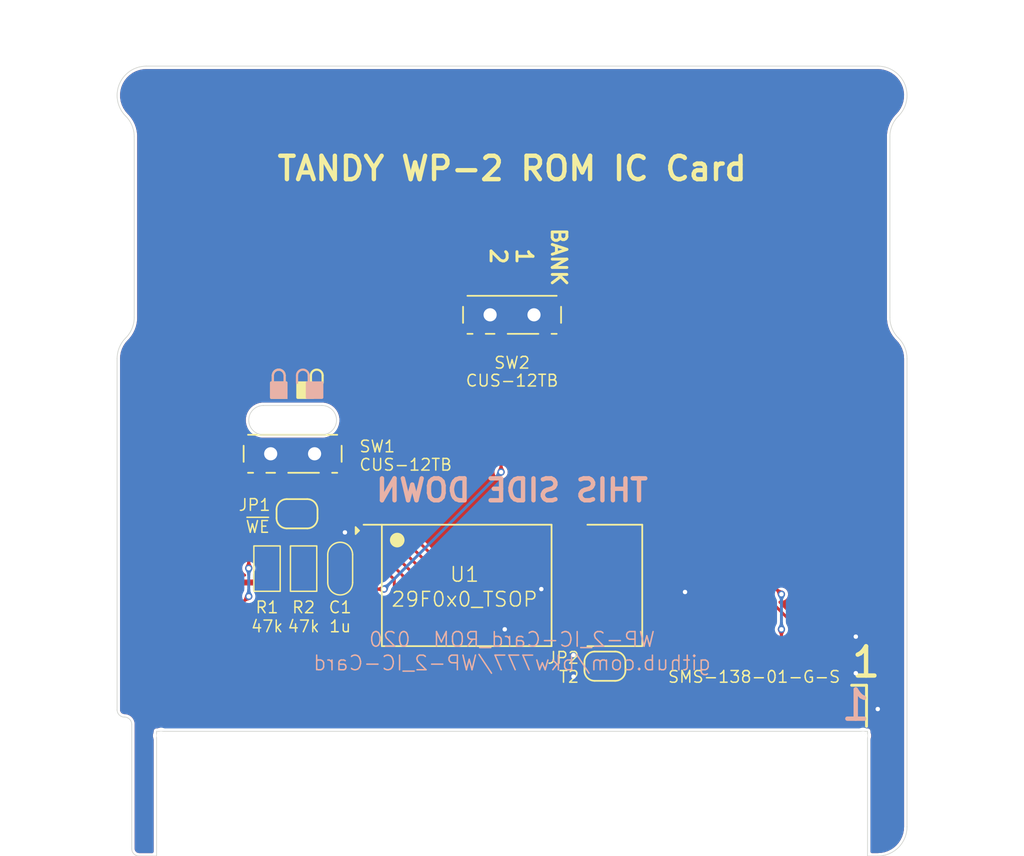
<source format=kicad_pcb>
(kicad_pcb (version 20240108) (generator "pcbnew") (generator_version "8.0")
  (title_block (title "WP-2_IC-Card_ROM") (date "2025-04-25") (rev "020") (company "Brian K. White - b.kenyon.w@gmail.com") (comment 1 "CC-BY-SA") (comment 2 "github.com/bkw777/WP-2_IC-Card"))
  (layers (0 "F.Cu" signal) (31 "B.Cu" signal) (35 "F.Paste" user) (36 "B.SilkS" user "B.Silkscreen") (37 "F.SilkS" user "F.Silkscreen") (38 "B.Mask" user) (39 "F.Mask" user) (44 "Edge.Cuts" user))
  (net 0 "")
  (net 1 "GND")
  (net 2 "/~{OE}")
  (net 3 "/D0")
  (net 4 "/D1")
  (net 5 "/D2")
  (net 6 "/D3")
  (net 7 "/D4")
  (net 8 "/D5")
  (net 9 "/D6")
  (net 10 "/D7")
  (net 11 "/A16")
  (net 12 "/A15")
  (net 13 "/A14")
  (net 14 "/A13")
  (net 15 "/A12")
  (net 16 "/A11")
  (net 17 "/A10")
  (net 18 "/A9")
  (net 19 "/A8")
  (net 20 "/A7")
  (net 21 "/A6")
  (net 22 "/A5")
  (net 23 "/A4")
  (net 24 "/A3")
  (net 25 "/A2")
  (net 26 "/A1")
  (net 27 "/A0")
  (net 28 "/A17")
  (net 29 "/~{WE}")
  (net 30 "/R~{W}")
  (net 31 "/CE2")
  (net 32 "/S3")
  (net 33 "/BCHK")
  (net 34 "/~{DET}")
  (net 35 "/S1")
  (net 36 "/T2")
  (net 37 "/~{CE}")
  (net 39 "VCC")
  (net 40 "/A18")
  (net 41 "Net-(R2-Pad2)")
  (net 42 "/S2")
  (footprint "000_LOCAL:R_0805" (layer "F.Cu") (at 119.14 107.045 90)
    (property "Reference" "R1" (at -2.65 0 0) (layer "F.SilkS") (effects (font (size 0.8 0.8) (thickness 0.1))))
    (property "Value" "47k" (at -3.95 0 0) (layer "F.SilkS") (effects (font (size 0.8 0.8) (thickness 0.1))))
    (fp_rect (start -1.55 -0.9) (end 1.55 0.9) (stroke (width 0.1)) (fill none) (layer "F.SilkS"))
    (pad "1" smd roundrect (at -0.95 0 90) (size 0.7 1.3) (layers "F.Cu" "F.Paste" "F.Mask") (roundrect_rratio 0.1) (net 39 "VCC"))
    (pad "2" smd roundrect (at 0.95 0 90) (size 0.7 1.3) (layers "F.Cu" "F.Paste" "F.Mask") (roundrect_rratio 0.1) (net 29 "/~{WE}"))
  )
  (footprint "000_LOCAL:TSOP32-dual" (layer "F.Cu") (at 135.89 108.195)
    (property "Reference" "U1" (at -3.25 -0.75 0) (layer "F.SilkS") (effects (font (thickness 0.1))))
    (property "Value" "29F0x0_TSOP" (at -3.25 0.95 0) (layer "F.SilkS") (effects (font (thickness 0.1))))
    (fp_line (start -8.9 -4.15) (end -8.9 4.15) (stroke (width 0.12)) (layer "F.SilkS"))
    (fp_line (start 2.7 -4.15) (end -10.15 -4.15) (stroke (width 0.12)) (layer "F.SilkS"))
    (fp_line (start 2.7 4.15) (end -8.9 4.15) (stroke (width 0.12)) (layer "F.SilkS"))
    (fp_line (start 2.7 4.15) (end 2.7 -4.15) (stroke (width 0.12)) (layer "F.SilkS"))
    (fp_line (start 8.9 -4.15) (end 5.15 -4.15) (stroke (width 0.12)) (layer "F.SilkS"))
    (fp_line (start 8.9 4.15) (end 5.15 4.15) (stroke (width 0.12)) (layer "F.SilkS"))
    (fp_line (start 8.9 4.15) (end 8.9 -4.15) (stroke (width 0.12)) (layer "F.SilkS"))
    (fp_circle (center -7.85 -3.1) (end -7.4 -3.1) (stroke (width 0.1)) (fill solid) (layer "F.SilkS"))
    (fp_poly (pts (xy -10.45 -3.75) (xy -10.7 -4) (xy -10.7 -3.5)) (stroke (width 0.1)) (fill solid) (layer "F.SilkS"))
    (pad "1" smd roundrect (at -9.7 -3.75 270) (size 0.3 1) (layers "F.Cu" "F.Paste" "F.Mask") (net 15 "/A12"))
    (pad "2" smd roundrect (at -9.7 -3.25 270) (size 0.3 1) (layers "F.Cu" "F.Paste" "F.Mask") (net 16 "/A11"))
    (pad "3" smd roundrect (at -9.7 -2.75 270) (size 0.3 1) (layers "F.Cu" "F.Paste" "F.Mask") (net 17 "/A10"))
    (pad "4" smd roundrect (at -9.7 -2.25 270) (size 0.3 1) (layers "F.Cu" "F.Paste" "F.Mask") (net 18 "/A9"))
    (pad "5" smd roundrect (at -9.7 -1.75 270) (size 0.3 1) (layers "F.Cu" "F.Paste" "F.Mask") (net 19 "/A8"))
    (pad "6" smd roundrect (at -9.7 -1.25 270) (size 0.3 1) (layers "F.Cu" "F.Paste" "F.Mask") (net 20 "/A7"))
    (pad "7" smd roundrect (at -9.7 -0.75 270) (size 0.3 1) (layers "F.Cu" "F.Paste" "F.Mask") (net 29 "/~{WE}"))
    (pad "8" smd roundrect (at -9.7 -0.25 270) (size 0.3 1) (layers "F.Cu" "F.Paste" "F.Mask") (net 39 "VCC"))
    (pad "9" smd roundrect (at -9.7 0.25 270) (size 0.3 1) (layers "F.Cu" "F.Paste" "F.Mask") (net 40 "/A18"))
    (pad "10" smd roundrect (at -9.7 0.75 270) (size 0.3 1) (layers "F.Cu" "F.Paste" "F.Mask") (net 27 "/A0"))
    (pad "11" smd roundrect (at -9.7 1.25 270) (size 0.3 1) (layers "F.Cu" "F.Paste" "F.Mask") (net 26 "/A1"))
    (pad "12" smd roundrect (at -9.7 1.75 270) (size 0.3 1) (layers "F.Cu" "F.Paste" "F.Mask") (net 25 "/A2"))
    (pad "13" smd roundrect (at -9.7 2.25 270) (size 0.3 1) (layers "F.Cu" "F.Paste" "F.Mask") (net 24 "/A3"))
    (pad "14" smd roundrect (at -9.7 2.75 270) (size 0.3 1) (layers "F.Cu" "F.Paste" "F.Mask") (net 23 "/A4"))
    (pad "15" smd roundrect (at -9.7 3.25 270) (size 0.3 1) (layers "F.Cu" "F.Paste" "F.Mask") (net 22 "/A5"))
    (pad "16" smd roundrect (at -9.7 3.75 270) (size 0.3 1) (layers "F.Cu" "F.Paste" "F.Mask") (net 21 "/A6"))
    (pad "17" smd roundrect (at 3.5 3.75 270) (size 0.3 1) (layers "F.Cu" "F.Paste" "F.Mask") (net 28 "/A17"))
    (pad "17" smd roundrect (at 9.7 3.75 270) (size 0.3 1) (layers "F.Cu" "F.Paste" "F.Mask") (net 28 "/A17"))
    (pad "18" smd roundrect (at 3.5 3.25 270) (size 0.3 1) (layers "F.Cu" "F.Paste" "F.Mask") (net 11 "/A16"))
    (pad "18" smd roundrect (at 9.7 3.25 270) (size 0.3 1) (layers "F.Cu" "F.Paste" "F.Mask") (net 11 "/A16"))
    (pad "19" smd roundrect (at 3.5 2.75 270) (size 0.3 1) (layers "F.Cu" "F.Paste" "F.Mask") (net 12 "/A15"))
    (pad "19" smd roundrect (at 9.7 2.75 270) (size 0.3 1) (layers "F.Cu" "F.Paste" "F.Mask") (net 12 "/A15"))
    (pad "20" smd roundrect (at 3.5 2.25 270) (size 0.3 1) (layers "F.Cu" "F.Paste" "F.Mask") (net 13 "/A14"))
    (pad "20" smd roundrect (at 9.7 2.25 270) (size 0.3 1) (layers "F.Cu" "F.Paste" "F.Mask") (net 13 "/A14"))
    (pad "21" smd roundrect (at 3.5 1.75 270) (size 0.3 1) (layers "F.Cu" "F.Paste" "F.Mask") (net 10 "/D7"))
    (pad "21" smd roundrect (at 9.7 1.75 270) (size 0.3 1) (layers "F.Cu" "F.Paste" "F.Mask") (net 10 "/D7"))
    (pad "22" smd roundrect (at 3.5 1.25 270) (size 0.3 1) (layers "F.Cu" "F.Paste" "F.Mask") (net 9 "/D6"))
    (pad "22" smd roundrect (at 9.7 1.25 270) (size 0.3 1) (layers "F.Cu" "F.Paste" "F.Mask") (net 9 "/D6"))
    (pad "23" smd roundrect (at 3.5 0.75 270) (size 0.3 1) (layers "F.Cu" "F.Paste" "F.Mask") (net 8 "/D5"))
    (pad "23" smd roundrect (at 9.7 0.75 270) (size 0.3 1) (layers "F.Cu" "F.Paste" "F.Mask") (net 8 "/D5"))
    (pad "24" smd roundrect (at 3.5 0.25 270) (size 0.3 1) (layers "F.Cu" "F.Paste" "F.Mask") (net 1 "GND"))
    (pad "24" smd roundrect (at 9.7 0.25 270) (size 0.3 1) (layers "F.Cu" "F.Paste" "F.Mask") (net 1 "GND"))
    (pad "25" smd roundrect (at 3.5 -0.25 270) (size 0.3 1) (layers "F.Cu" "F.Paste" "F.Mask") (net 7 "/D4"))
    (pad "25" smd roundrect (at 9.7 -0.25 270) (size 0.3 1) (layers "F.Cu" "F.Paste" "F.Mask") (net 7 "/D4"))
    (pad "26" smd roundrect (at 3.5 -0.75 270) (size 0.3 1) (layers "F.Cu" "F.Paste" "F.Mask") (net 6 "/D3"))
    (pad "26" smd roundrect (at 9.7 -0.75 270) (size 0.3 1) (layers "F.Cu" "F.Paste" "F.Mask") (net 6 "/D3"))
    (pad "27" smd roundrect (at 3.5 -1.25 270) (size 0.3 1) (layers "F.Cu" "F.Paste" "F.Mask") (net 5 "/D2"))
    (pad "27" smd roundrect (at 9.7 -1.25 270) (size 0.3 1) (layers "F.Cu" "F.Paste" "F.Mask") (net 5 "/D2"))
    (pad "28" smd roundrect (at 3.5 -1.75 270) (size 0.3 1) (layers "F.Cu" "F.Paste" "F.Mask") (net 4 "/D1"))
    (pad "28" smd roundrect (at 9.7 -1.75 270) (size 0.3 1) (layers "F.Cu" "F.Paste" "F.Mask") (net 4 "/D1"))
    (pad "29" smd roundrect (at 3.5 -2.25 270) (size 0.3 1) (layers "F.Cu" "F.Paste" "F.Mask") (net 3 "/D0"))
    (pad "29" smd roundrect (at 9.7 -2.25 270) (size 0.3 1) (layers "F.Cu" "F.Paste" "F.Mask") (net 3 "/D0"))
    (pad "30" smd roundrect (at 3.5 -2.75 270) (size 0.3 1) (layers "F.Cu" "F.Paste" "F.Mask") (net 37 "/~{CE}"))
    (pad "30" smd roundrect (at 9.7 -2.75 270) (size 0.3 1) (layers "F.Cu" "F.Paste" "F.Mask") (net 37 "/~{CE}"))
    (pad "31" smd roundrect (at 3.5 -3.25 270) (size 0.3 1) (layers "F.Cu" "F.Paste" "F.Mask") (net 14 "/A13"))
    (pad "31" smd roundrect (at 9.7 -3.25 270) (size 0.3 1) (layers "F.Cu" "F.Paste" "F.Mask") (net 14 "/A13"))
    (pad "32" smd roundrect (at 3.5 -3.75 270) (size 0.3 1) (layers "F.Cu" "F.Paste" "F.Mask") (net 2 "/~{OE}"))
    (pad "32" smd roundrect (at 9.7 -3.75 270) (size 0.3 1) (layers "F.Cu" "F.Paste" "F.Mask") (net 2 "/~{OE}"))
  )
  (footprint "000_LOCAL:SMS-138-01-x-x_pcb_edge" (layer "F.Cu") (at 135.89 118.17 -90)
    (property "Reference" "J1" (hide yes))
    (property "Value" "SMS-138-01-G-S" (at -3.725 -22.5 0) (layer "F.SilkS") (effects (font (size 0.8 0.8) (thickness 0.1)) (justify right)))
    (fp_line (start -3.1496 -23.2156) (end -3.1496 -24.2316) (stroke (width 0.2)) (layer "F.SilkS"))
    (fp_line (start -0.35 -24.2316) (end -3.1496 -24.2316) (stroke (width 0.2)) (layer "F.SilkS"))
    (pad "1" smd roundrect (at -1.524 -23.495 270) (size 2.54 0.762) (layers "F.Cu" "F.Paste" "F.Mask") (net 1 "GND"))
    (pad "2" smd oval (at -1.524 -22.225 270) (size 2.54 0.762) (layers "F.Cu" "F.Paste" "F.Mask") (net 34 "/~{DET}"))
    (pad "3" smd oval (at -1.524 -20.955 270) (size 2.54 0.762) (layers "F.Cu" "F.Paste" "F.Mask") (net 31 "/CE2"))
    (pad "4" smd oval (at -1.524 -19.685 270) (size 2.54 0.762) (layers "F.Cu" "F.Paste" "F.Mask") (net 37 "/~{CE}"))
    (pad "5" smd oval (at -1.524 -18.415 270) (size 2.54 0.762) (layers "F.Cu" "F.Paste" "F.Mask") (net 2 "/~{OE}"))
    (pad "6" smd oval (at -1.524 -17.145 270) (size 2.54 0.762) (layers "F.Cu" "F.Paste" "F.Mask") (net 3 "/D0"))
    (pad "7" smd oval (at -1.524 -15.875 270) (size 2.54 0.762) (layers "F.Cu" "F.Paste" "F.Mask") (net 4 "/D1"))
    (pad "8" smd oval (at -1.524 -14.605 270) (size 2.54 0.762) (layers "F.Cu" "F.Paste" "F.Mask") (net 5 "/D2"))
    (pad "9" smd oval (at -1.524 -13.335 270) (size 2.54 0.762) (layers "F.Cu" "F.Paste" "F.Mask") (net 6 "/D3"))
    (pad "10" smd oval (at -1.524 -12.065 270) (size 2.54 0.762) (layers "F.Cu" "F.Paste" "F.Mask") (net 7 "/D4"))
    (pad "11" smd oval (at -1.524 -10.795 270) (size 2.54 0.762) (layers "F.Cu" "F.Paste" "F.Mask") (net 8 "/D5"))
    (pad "12" smd oval (at -1.524 -9.525 270) (size 2.54 0.762) (layers "F.Cu" "F.Paste" "F.Mask") (net 9 "/D6"))
    (pad "13" smd oval (at -1.524 -8.255 270) (size 2.54 0.762) (layers "F.Cu" "F.Paste" "F.Mask") (net 10 "/D7"))
    (pad "14" smd oval (at -1.524 -6.985 270) (size 2.54 0.762) (layers "F.Cu" "F.Paste" "F.Mask") (net 36 "/T2"))
    (pad "15" smd oval (at -1.524 -5.715 270) (size 2.54 0.762) (layers "F.Cu" "F.Paste" "F.Mask") (net 35 "/S1"))
    (pad "16" smd oval (at -1.524 -4.445 270) (size 2.54 0.762) (layers "F.Cu" "F.Paste" "F.Mask") (net 42 "/S2"))
    (pad "17" smd oval (at -1.524 -3.175 270) (size 2.54 0.762) (layers "F.Cu" "F.Paste" "F.Mask") (net 28 "/A17"))
    (pad "18" smd oval (at -1.524 -1.905 270) (size 2.54 0.762) (layers "F.Cu" "F.Paste" "F.Mask") (net 11 "/A16"))
    (pad "19" smd oval (at -1.524 -0.635 270) (size 2.54 0.762) (layers "F.Cu" "F.Paste" "F.Mask") (net 12 "/A15"))
    (pad "20" smd oval (at -1.524 0.635 270) (size 2.54 0.762) (layers "F.Cu" "F.Paste" "F.Mask") (net 13 "/A14"))
    (pad "21" smd oval (at -1.524 1.905 270) (size 2.54 0.762) (layers "F.Cu" "F.Paste" "F.Mask") (net 14 "/A13"))
    (pad "22" smd oval (at -1.524 3.175 270) (size 2.54 0.762) (layers "F.Cu" "F.Paste" "F.Mask") (net 15 "/A12"))
    (pad "23" smd oval (at -1.524 4.445 270) (size 2.54 0.762) (layers "F.Cu" "F.Paste" "F.Mask") (net 16 "/A11"))
    (pad "24" smd oval (at -1.524 5.715 270) (size 2.54 0.762) (layers "F.Cu" "F.Paste" "F.Mask") (net 17 "/A10"))
    (pad "25" smd oval (at -1.524 6.985 270) (size 2.54 0.762) (layers "F.Cu" "F.Paste" "F.Mask") (net 18 "/A9"))
    (pad "26" smd oval (at -1.524 8.255 270) (size 2.54 0.762) (layers "F.Cu" "F.Paste" "F.Mask") (net 19 "/A8"))
    (pad "27" smd oval (at -1.524 9.525 270) (size 2.54 0.762) (layers "F.Cu" "F.Paste" "F.Mask") (net 20 "/A7"))
    (pad "28" smd oval (at -1.524 10.795 270) (size 2.54 0.762) (layers "F.Cu" "F.Paste" "F.Mask") (net 21 "/A6"))
    (pad "29" smd oval (at -1.524 12.065 270) (size 2.54 0.762) (layers "F.Cu" "F.Paste" "F.Mask") (net 22 "/A5"))
    (pad "30" smd oval (at -1.524 13.335 270) (size 2.54 0.762) (layers "F.Cu" "F.Paste" "F.Mask") (net 23 "/A4"))
    (pad "31" smd oval (at -1.524 14.605 270) (size 2.54 0.762) (layers "F.Cu" "F.Paste" "F.Mask") (net 24 "/A3"))
    (pad "32" smd oval (at -1.524 15.875 270) (size 2.54 0.762) (layers "F.Cu" "F.Paste" "F.Mask") (net 25 "/A2"))
    (pad "33" smd oval (at -1.524 17.145 270) (size 2.54 0.762) (layers "F.Cu" "F.Paste" "F.Mask") (net 26 "/A1"))
    (pad "34" smd oval (at -1.524 18.415 270) (size 2.54 0.762) (layers "F.Cu" "F.Paste" "F.Mask") (net 27 "/A0"))
    (pad "35" smd oval (at -1.524 19.685 270) (size 2.54 0.762) (layers "F.Cu" "F.Paste" "F.Mask") (net 30 "/R~{W}"))
    (pad "36" smd oval (at -1.524 20.955 270) (size 2.54 0.762) (layers "F.Cu" "F.Paste" "F.Mask") (net 32 "/S3"))
    (pad "37" smd oval (at -1.524 22.225 270) (size 2.54 0.762) (layers "F.Cu" "F.Paste" "F.Mask") (net 33 "/BCHK"))
    (pad "38" smd oval (at -1.524 23.495 270) (size 2.54 0.762) (layers "F.Cu" "F.Paste" "F.Mask") (net 39 "VCC"))
  )
  (footprint "000_LOCAL:Fiducial_1.5" (layer "F.Cu") (at 110.89 74.695)
    (property "Reference" "REF**" (hide yes))
    (property "Value" "Fiducial_1.5" (hide yes))
    (pad "" smd circle (at 0 0) (size 0.75 0.75) (layers "F.Cu" "F.Mask") (clearance 0.375))
  )
  (footprint "000_LOCAL:Fiducial_1.5" (layer "F.Cu") (at 110.89 114.695)
    (property "Reference" "REF**" (hide yes))
    (property "Value" "Fiducial_1.5" (hide yes))
    (pad "" smd circle (at 0 0) (size 0.75 0.75) (layers "F.Cu" "F.Mask") (clearance 0.375))
  )
  (footprint "000_LOCAL:C_0805" (layer "F.Cu") (at 124.14 107.045 -90)
    (property "Reference" "C1" (at 2.65 0 0) (layer "F.SilkS") (effects (font (size 0.8 0.8) (thickness 0.1))))
    (property "Value" "1u" (at 3.95 0 0) (layer "F.SilkS") (effects (font (size 0.8 0.8) (thickness 0.1))))
    (fp_line (start -0.95 0.85) (end 0.95 0.85) (stroke (width 0.1)) (layer "F.SilkS"))
    (fp_line (start -0.95 -0.85) (end 0.95 -0.85) (stroke (width 0.1)) (layer "F.SilkS"))
    (fp_arc (start -0.95 0.85) (mid -1.8 0) (end -0.95 -0.85) (stroke (width 0.1)) (layer "F.SilkS"))
    (fp_arc (start 0.95 -0.85) (mid 1.8 0) (end 0.95 0.85) (stroke (width 0.1)) (layer "F.SilkS"))
    (pad "1" smd roundrect (at -0.9 0 270) (size 0.8 1.25) (layers "F.Cu" "F.Paste" "F.Mask") (roundrect_rratio 0.1) (net 1 "GND"))
    (pad "2" smd roundrect (at 0.9 0 270) (size 0.8 1.25) (layers "F.Cu" "F.Paste" "F.Mask") (roundrect_rratio 0.1) (net 39 "VCC"))
  )
  (footprint "000_LOCAL:R_0805" (layer "F.Cu") (at 121.64 107.045 90)
    (property "Reference" "R2" (at -2.65 0 0) (layer "F.SilkS") (effects (font (size 0.8 0.8) (thickness 0.1))))
    (property "Value" "47k" (at -3.95 0 0) (layer "F.SilkS") (effects (font (size 0.8 0.8) (thickness 0.1))))
    (fp_poly (pts (xy -1.55 -0.900001) (xy 1.55 -0.900001) (xy 1.55 0.900001) (xy -1.55 0.900001)) (stroke (width 0.1)) (fill none) (layer "F.SilkS"))
    (pad "1" smd roundrect (at -0.949999 0 90) (size 0.7 1.3) (layers "F.Cu" "F.Paste" "F.Mask") (roundrect_rratio 0.1) (net 39 "VCC"))
    (pad "2" smd roundrect (at 0.949999 0 90) (size 0.7 1.3) (layers "F.Cu" "F.Paste" "F.Mask") (roundrect_rratio 0.1) (net 41 "Net-(R2-Pad2)"))
  )
  (footprint "000_LOCAL:CUS-12TB slot pth" (layer "F.Cu") (at 120.89 99.195 180)
    (property "Reference" "SW1" (at -4.5 0.5 0) (layer "F.SilkS") (effects (font (size 0.8 0.8) (thickness 0.1)) (justify left)))
    (property "Value" "CUS-12TB" (at -4.5 -0.75 0) (layer "F.SilkS") (effects (font (size 0.8 0.8) (thickness 0.1)) (justify left)))
    (fp_line (start 3.35 0.55) (end 3.35 -0.55) (stroke (width 0.12)) (layer "F.SilkS"))
    (fp_line (start 3.05 -1.3) (end 2.7 -1.3) (stroke (width 0.12)) (layer "F.SilkS"))
    (fp_line (start 1.8 -1.3) (end 1.2 -1.3) (stroke (width 0.12)) (layer "F.SilkS"))
    (fp_line (start 0.3 -1.3) (end -1.8 -1.3) (stroke (width 0.12)) (layer "F.SilkS"))
    (fp_line (start -2.7 -1.3) (end -3.05 -1.3) (stroke (width 0.12)) (layer "F.SilkS"))
    (fp_line (start -3.05 1.3) (end 3.05 1.3) (stroke (width 0.12)) (layer "F.SilkS"))
    (fp_line (start -3.35 -0.55) (end -3.35 0.55) (stroke (width 0.12)) (layer "F.SilkS"))
    (fp_line (start -2 3.3) (end 2 3.3) (stroke (width 0.05)) (layer "Edge.Cuts"))
    (fp_line (start -2 1.3) (end 2 1.3) (stroke (width 0.05)) (layer "Edge.Cuts"))
    (fp_arc (start 2 1.3) (mid 3 2.3) (end 2 3.3) (stroke (width 0.05)) (layer "Edge.Cuts"))
    (fp_arc (start -2 3.3) (mid -3 2.3) (end -2 1.3) (stroke (width 0.05)) (layer "Edge.Cuts"))
    (pad "1" smd roundrect (at -2.25 -1.75 180) (size 0.7 1.5) (layers "F.Cu" "F.Paste" "F.Mask") (roundrect_rratio 0.1) (net 29 "/~{WE}"))
    (pad "2" smd roundrect (at 0.75 -1.75 180) (size 0.7 1.5) (layers "F.Cu" "F.Paste" "F.Mask") (roundrect_rratio 0.1) (net 30 "/R~{W}"))
    (pad "3" smd roundrect (at 2.25 -1.75 180) (size 0.7 1.5) (layers "F.Cu" "F.Paste" "F.Mask") (roundrect_rratio 0.1))
    (pad "S" smd roundrect (at -3.65 -1.05 180) (size 1 0.8) (layers "F.Cu" "F.Paste" "F.Mask") (roundrect_rratio 0.1) (net 1 "GND"))
    (pad "S" smd roundrect (at -3.65 1.05 180) (size 1 0.8) (layers "F.Cu" "F.Paste" "F.Mask") (roundrect_rratio 0.1) (net 1 "GND"))
    (pad "S" thru_hole circle (at -1.5 0 180) (size 1.1 1.1) (drill 0.9) (layers "*.Cu" "*.Mask") (net 1 "GND"))
    (pad "S" thru_hole circle (at 1.5 0 180) (size 1.1 1.1) (drill 0.9) (layers "*.Cu" "*.Mask") (net 1 "GND"))
    (pad "S" smd roundrect (at 3.65 -1.05 180) (size 1 0.8) (layers "F.Cu" "F.Paste" "F.Mask") (roundrect_rratio 0.1) (net 1 "GND"))
    (pad "S" smd roundrect (at 3.65 1.05 180) (size 1 0.8) (layers "F.Cu" "F.Paste" "F.Mask") (roundrect_rratio 0.1) (net 1 "GND"))
  )
  (footprint "000_LOCAL:npth_0.6mm" (layer "F.Cu") (at 111.89 118.47)
    (property "Reference" "REF**" (hide yes))
    (property "Value" "npth_0.6mm" (hide yes))
    (pad "" np_thru_hole circle (at 0 0) (size 0.6 0.6) (drill 0.6) (layers "F&B.Cu"))
  )
  (footprint "000_LOCAL:Fiducial_1.5" (layer "F.Cu") (at 160.89 74.695)
    (property "Reference" "REF**" (hide yes))
    (property "Value" "Fiducial_1.5" (hide yes))
    (pad "" smd circle (at 0 0) (size 0.75 0.75) (layers "F.Cu" "F.Mask") (clearance 0.375))
  )
  (footprint "000_LOCAL:npth_0.6mm" (layer "F.Cu") (at 159.89 118.47)
    (property "Reference" "REF**" (hide yes))
    (property "Value" "npth_0.6mm" (hide yes))
    (pad "" np_thru_hole circle (at 0 0) (size 0.6 0.6) (drill 0.6) (layers "F&B.Cu"))
  )
  (footprint "000_LOCAL:SolderJumper-2_P1.3mm_Bridged_RoundedPad1.0x1.5mm" (layer "F.Cu") (at 142.24 113.7158 180)
    (property "Reference" "JP2" (at 1.7 0.5708 0) (layer "F.SilkS") (effects (font (size 0.8 0.8) (thickness 0.1)) (justify right)))
    (property "Value" "T2" (at 1.7 -0.7292 0) (layer "F.SilkS") (effects (font (size 0.8 0.8) (thickness 0.1)) (justify right)))
    (fp_poly (pts (xy 0.2 -0.2) (xy -0.2 -0.2) (xy -0.2 0.2) (xy 0.2 0.2)) (fill solid) (layer "F.Cu"))
    (fp_line (start 1.4 -0.300001) (end 1.4 0.300001) (stroke (width 0.12)) (layer "F.SilkS"))
    (fp_line (start 0.7 1) (end -0.7 1) (stroke (width 0.12)) (layer "F.SilkS"))
    (fp_line (start -0.7 -1) (end 0.7 -1) (stroke (width 0.12)) (layer "F.SilkS"))
    (fp_line (start -1.4 0.300001) (end -1.4 -0.300001) (stroke (width 0.12)) (layer "F.SilkS"))
    (fp_arc (start 1.4 0.300001) (mid 1.194974 0.794975) (end 0.7 1) (stroke (width 0.12)) (layer "F.SilkS"))
    (fp_arc (start 0.7 -1) (mid 1.194974 -0.794975) (end 1.4 -0.300001) (stroke (width 0.12)) (layer "F.SilkS"))
    (fp_arc (start -0.7 1) (mid -1.194975 0.794975) (end -1.4 0.300001) (stroke (width 0.12)) (layer "F.SilkS"))
    (fp_arc (start -1.4 -0.300001) (mid -1.194975 -0.794975) (end -0.7 -1) (stroke (width 0.12)) (layer "F.SilkS"))
    (pad "1" smd custom (at -0.649999 0 180) (size 1 0.5) (layers "F.Cu" "F.Mask") (net 36 "/T2") (options (clearance outline) (anchor rect)) (primitives (gr_circle (center 0 0.25) (end 0.5 0.25) (width 0) (fill yes)) (gr_circle (center 0 -0.25) (end 0.5 -0.25) (width 0) (fill yes)) (gr_poly (pts (xy 0.5 0.75) (xy 0 0.75) (xy 0 -0.75) (xy 0.5 -0.75)) (width 0) (fill yes))))
    (pad "2" smd custom (at 0.649999 0 180) (size 1 0.5) (layers "F.Cu" "F.Mask") (net 1 "GND") (options (clearance outline) (anchor rect)) (primitives (gr_circle (center 0 0.25) (end 0.5 0.25) (width 0) (fill yes)) (gr_circle (center 0 -0.25) (end 0.5 -0.25) (width 0) (fill yes)) (gr_poly (pts (xy 0 0.75) (xy -0.5 0.75) (xy -0.5 -0.75) (xy 0 -0.75)) (width 0) (fill yes))))
  )
  (footprint "000_LOCAL:CUS-12TB pth" (layer "F.Cu") (at 135.89 89.695 180)
    (property "Reference" "SW2" (at 0 -3.275 0) (layer "F.SilkS") (effects (font (size 0.8 0.8) (thickness 0.1))))
    (property "Value" "CUS-12TB" (at 0 -4.5 0) (layer "F.SilkS") (effects (font (size 0.8 0.8) (thickness 0.1))))
    (property "LABEL" "BANK" (at -3.2 3.95 -90) (layer "F.SilkS") (effects (font (thickness 0.2) (bold yes))))
    (fp_line (start 3.35 0.55) (end 3.35 -0.55) (stroke (width 0.12)) (layer "F.SilkS"))
    (fp_line (start 3.05 -1.3) (end 2.7 -1.3) (stroke (width 0.12)) (layer "F.SilkS"))
    (fp_line (start 1.8 -1.3) (end 1.2 -1.3) (stroke (width 0.12)) (layer "F.SilkS"))
    (fp_line (start 0.3 -1.3) (end -1.8 -1.3) (stroke (width 0.12)) (layer "F.SilkS"))
    (fp_line (start -2.7 -1.3) (end -3.05 -1.3) (stroke (width 0.12)) (layer "F.SilkS"))
    (fp_line (start -3.05 1.3) (end 3.05 1.3) (stroke (width 0.12)) (layer "F.SilkS"))
    (fp_line (start -3.35 -0.55) (end -3.35 0.55) (stroke (width 0.12)) (layer "F.SilkS"))
    (pad "1" smd roundrect (at -2.25 -1.75 180) (size 0.7 1.5) (layers "F.Cu" "F.Paste" "F.Mask") (roundrect_rratio 0.1) (net 1 "GND"))
    (pad "2" smd roundrect (at 0.75 -1.75 180) (size 0.7 1.5) (layers "F.Cu" "F.Paste" "F.Mask") (roundrect_rratio 0.1) (net 40 "/A18"))
    (pad "3" smd roundrect (at 2.25 -1.75 180) (size 0.7 1.5) (layers "F.Cu" "F.Paste" "F.Mask") (roundrect_rratio 0.1) (net 41 "Net-(R2-Pad2)"))
    (pad "S" smd roundrect (at -3.65 -1.05 180) (size 1 0.8) (layers "F.Cu" "F.Paste" "F.Mask") (roundrect_rratio 0.1) (net 1 "GND"))
    (pad "S" smd roundrect (at -3.65 1.05 180) (size 1 0.8) (layers "F.Cu" "F.Paste" "F.Mask") (roundrect_rratio 0.1) (net 1 "GND"))
    (pad "S" thru_hole circle (at -1.5 0 180) (size 1.1 1.1) (drill 0.9) (layers "*.Cu" "*.Mask") (net 1 "GND"))
    (pad "S" thru_hole circle (at 1.5 0 180) (size 1.1 1.1) (drill 0.9) (layers "*.Cu" "*.Mask") (net 1 "GND"))
    (pad "S" smd roundrect (at 3.65 -1.05 180) (size 1 0.8) (layers "F.Cu" "F.Paste" "F.Mask") (roundrect_rratio 0.1) (net 1 "GND"))
    (pad "S" smd roundrect (at 3.65 1.05 180) (size 1 0.8) (layers "F.Cu" "F.Paste" "F.Mask") (roundrect_rratio 0.1) (net 1 "GND"))
  )
  (footprint "000_LOCAL:WP-2_IC-Card_Cover_ROM" (layer "F.Cu") (at 135.89 99.695)
    (property "Reference" "N1" (hide yes))
    (property "Value" "WP-2_IC-Card_Cover_ROM")
  )
  (footprint "000_LOCAL:SolderJumper-2_open" (layer "F.Cu") (at 121.19 103.295)
    (property "Reference" "JP1" (at -1.75 -0.6 0) (layer "F.SilkS") (effects (font (size 0.8 0.8) (thickness 0.1)) (justify right)))
    (property "Value" "~{WE}" (at -1.8 0.9 0) (layer "F.SilkS") (effects (font (size 0.8 0.8) (thickness 0.1)) (justify right)))
    (fp_line (start -1.4 0.3) (end -1.4 -0.3) (stroke (width 0.12)) (layer "F.SilkS"))
    (fp_line (start -0.7 -1) (end 0.7 -1) (stroke (width 0.12)) (layer "F.SilkS"))
    (fp_line (start 0.7 1) (end -0.7 1) (stroke (width 0.12)) (layer "F.SilkS"))
    (fp_line (start 1.4 -0.3) (end 1.4 0.3) (stroke (width 0.12)) (layer "F.SilkS"))
    (fp_arc (start -1.4 -0.3) (mid -1.194975 -0.794975) (end -0.7 -1) (stroke (width 0.12)) (layer "F.SilkS"))
    (fp_arc (start -0.7 1) (mid -1.194975 0.794975) (end -1.4 0.3) (stroke (width 0.12)) (layer "F.SilkS"))
    (fp_arc (start 0.7 -1) (mid 1.194975 -0.794975) (end 1.4 -0.3) (stroke (width 0.12)) (layer "F.SilkS"))
    (fp_arc (start 1.4 0.3) (mid 1.194975 0.794975) (end 0.7 1) (stroke (width 0.12)) (layer "F.SilkS"))
    (pad "1" smd custom (at -0.65 0) (size 1 0.5) (layers "F.Cu" "F.Mask") (net 30 "/R~{W}") (options (clearance outline) (anchor rect)) (primitives (gr_circle (center 0 0.25) (end 0.5 0.25) (width 0) (fill yes)) (gr_circle (center 0 -0.25) (end 0.5 -0.25) (width 0) (fill yes)) (gr_poly (pts (xy 0.5 0.75) (xy 0 0.75) (xy 0 -0.75) (xy 0.5 -0.75)) (width 0) (fill yes))))
    (pad "2" smd custom (at 0.65 0) (size 1 0.5) (layers "F.Cu" "F.Mask") (net 29 "/~{WE}") (options (clearance outline) (anchor rect)) (primitives (gr_circle (center 0 0.25) (end 0.5 0.25) (width 0) (fill yes)) (gr_circle (center 0 -0.25) (end 0.5 -0.25) (width 0) (fill yes)) (gr_poly (pts (xy 0 0.75) (xy -0.5 0.75) (xy -0.5 -0.75) (xy 0 -0.75)) (width 0) (fill yes))))
  )
  (gr_poly (pts (xy 120.14 102.645) (xy 120.14 102.145002) (xy 120.639999 102.645001)) (stroke (width 0.2)) (fill solid) (layer "F.Cu") (net 30))
  (gr_poly (pts (xy 122.24 102.645) (xy 122.24 103.144999) (xy 121.740001 102.645)) (stroke (width 0.2)) (fill solid) (layer "F.Cu") (net 29))
  (gr_poly (pts (xy 121.440001 103.945001) (xy 121.939999 103.945001) (xy 121.44 104.445)) (stroke (width 0.2)) (fill solid) (layer "F.Cu") (net 29))
  (gr_poly (pts (xy 120.650661 103.944999) (xy 119.59 103.945) (xy 120.12033 103.41467)) (stroke (width 0.2)) (fill solid) (layer "F.Cu") (net 30))
  (gr_poly (pts (xy 120.439998 94.345) (xy 119.44 94.345) (xy 119.439999 95.345) (xy 120.439999 95.345)) (stroke (width 0.2)) (fill solid) (layer "B.SilkS"))
  (gr_line (start 121.19 93.844999) (end 121.190001 94.344997) (stroke (width 0.15)) (layer "B.SilkS"))
  (gr_line (start 120.339999 93.845) (end 120.339999 94.345001) (stroke (width 0.15)) (layer "B.SilkS"))
  (gr_poly (pts (xy 122.889999 94.345) (xy 121.889999 94.344999) (xy 121.890001 95.344998) (xy 122.889999 95.345)) (stroke (width 0.2)) (fill solid) (layer "B.SilkS"))
  (gr_line (start 119.539999 93.845) (end 119.539999 94.345001) (stroke (width 0.15)) (layer "B.SilkS"))
  (gr_line (start 121.99 93.844998) (end 121.99 94.344999) (stroke (width 0.15)) (layer "B.SilkS"))
  (gr_arc (start 121.19 93.844999) (mid 121.589999 93.444999) (end 121.99 93.844998) (stroke (width 0.15)) (layer "B.SilkS"))
  (gr_arc (start 119.539999 93.845) (mid 119.939999 93.445001) (end 120.339999 93.845) (stroke (width 0.15)) (layer "B.SilkS"))
  (gr_line (start 120.340001 93.845) (end 120.340001 94.345001) (stroke (width 0.15)) (layer "F.SilkS"))
  (gr_line (start 122.139999 93.844998) (end 122.139999 94.344999) (stroke (width 0.15)) (layer "F.SilkS"))
  (gr_line (start 119.540001 93.845) (end 119.540001 94.345001) (stroke (width 0.15)) (layer "F.SilkS"))
  (gr_poly (pts (xy 119.440002 94.345) (xy 120.44 94.345) (xy 120.440001 95.345) (xy 119.440001 95.345)) (stroke (width 0.2)) (fill solid) (layer "F.SilkS"))
  (gr_line (start 122.939999 93.844999) (end 122.939998 94.344997) (stroke (width 0.15)) (layer "F.SilkS"))
  (gr_arc (start 119.540001 93.845) (mid 119.940001 93.445001) (end 120.340001 93.845) (stroke (width 0.15)) (layer "F.SilkS"))
  (gr_arc (start 122.139999 93.844998) (mid 122.539999 93.444999) (end 122.939999 93.844999) (stroke (width 0.15)) (layer "F.SilkS"))
  (gr_poly (pts (xy 121.24 94.345) (xy 122.24 94.344999) (xy 122.239998 95.344998) (xy 121.24 95.345)) (stroke (width 0.2)) (fill solid) (layer "F.SilkS"))
  (gr_line (start 111.59 126.695) (end 110.39 126.695) (stroke (width 0.05)) (layer "Edge.Cuts"))
  (gr_line (start 160.19 126.695) (end 160.89 126.695) (stroke (width 0.05)) (layer "Edge.Cuts"))
  (gr_arc (start 109.39 117.195) (mid 109.743553 117.341447) (end 109.89 117.695) (stroke (width 0.05)) (layer "Edge.Cuts"))
  (gr_arc (start 108.89 92.695) (mid 109.042241 91.929632) (end 109.475788 91.280786) (stroke (width 0.05)) (layer "Edge.Cuts"))
  (gr_arc (start 160.89 72.695) (mid 162.737759 73.929633) (end 162.304214 76.109214) (stroke (width 0.05)) (layer "Edge.Cuts"))
  (gr_arc (start 162.89 124.695) (mid 162.304214 126.109214) (end 160.89 126.695) (stroke (width 0.05)) (layer "Edge.Cuts"))
  (gr_line (start 162.89 92.695) (end 162.89 124.695) (stroke (width 0.05)) (layer "Edge.Cuts"))
  (gr_line (start 160.19 118.17) (end 160.19 126.695) (stroke (width 0.05)) (layer "Edge.Cuts"))
  (gr_arc (start 162.304214 91.280786) (mid 161.870671 90.631939) (end 161.718428 89.866571) (stroke (width 0.05)) (layer "Edge.Cuts"))
  (gr_line (start 111.59 118.17) (end 160.19 118.17) (stroke (width 0.05)) (layer "Edge.Cuts"))
  (gr_arc (start 109.475786 76.109214) (mid 109.909332 76.758061) (end 110.061572 77.523429) (stroke (width 0.05)) (layer "Edge.Cuts"))
  (gr_arc (start 109.475786 76.109214) (mid 109.04224 73.929633) (end 110.89 72.695) (stroke (width 0.05)) (layer "Edge.Cuts"))
  (gr_arc (start 110.39 126.695) (mid 110.036447 126.548553) (end 109.89 126.195) (stroke (width 0.05)) (layer "Edge.Cuts"))
  (gr_line (start 161.718428 77.523429) (end 161.718428 89.866571) (stroke (width 0.05)) (layer "Edge.Cuts"))
  (gr_arc (start 109.39 117.195) (mid 109.036447 117.048553) (end 108.89 116.695) (stroke (width 0.05)) (layer "Edge.Cuts"))
  (gr_line (start 110.89 72.695) (end 160.89 72.695) (stroke (width 0.05)) (layer "Edge.Cuts"))
  (gr_line (start 108.89 116.695) (end 108.89 92.695) (stroke (width 0.05)) (layer "Edge.Cuts"))
  (gr_line (start 111.59 118.17) (end 111.59 126.695) (stroke (width 0.05)) (layer "Edge.Cuts"))
  (gr_arc (start 110.061574 89.866571) (mid 109.909333 90.631938) (end 109.475788 91.280786) (stroke (width 0.05)) (layer "Edge.Cuts"))
  (gr_arc (start 161.718428 77.523429) (mid 161.870661 76.758057) (end 162.304214 76.109214) (stroke (width 0.05)) (layer "Edge.Cuts"))
  (gr_line (start 110.061572 77.523429) (end 110.061572 89.866571) (stroke (width 0.05)) (layer "Edge.Cuts"))
  (gr_line (start 109.89 117.695) (end 109.89 126.195) (stroke (width 0.05)) (layer "Edge.Cuts"))
  (gr_arc (start 162.304214 91.280786) (mid 162.73776 91.929633) (end 162.890002 92.695) (stroke (width 0.05)) (layer "Edge.Cuts"))
  (gr_text "1" (at 159.385 116.395 0) (layer "B.SilkS") (effects (font (size 2 2) (thickness 0.3)) (justify mirror)))
  (gr_text "${TITLE}  ${REVISION}\n${COMMENT2}" (at 135.89 112.695 0) (layer "B.SilkS") (effects (font (size 1 1) (thickness 0.1)) (justify mirror)))
  (gr_text "THIS SIDE DOWN" (at 135.89 101.695 0) (layer "B.SilkS") (effects (font (size 1.5 1.5) (thickness 0.3)) (justify mirror)))
  (gr_text "1\n2" (at 135.84 85.695 270) (layer "F.SilkS") (effects (font (size 1.1 1.1) (thickness 0.2))))
  (gr_text "1" (at 160.09 113.445 0) (layer "F.SilkS") (effects (font (size 2 2) (thickness 0.3))))
  (gr_text "TANDY WP-2 ROM IC Card" (at 135.89 79.695 0) (layer "F.SilkS") (effects (font (size 1.6 1.6) (thickness 0.3))))
  (segment (start 159.39 114.195) (end 159.39 116.641) (width 0.6) (layer "F.Cu") (net 1))
  (segment (start 160.89 116.646) (end 159.385 116.646) (width 0.6) (layer "F.Cu") (net 1))
  (segment (start 159.39 116.641) (end 159.385 116.646) (width 0.6) (layer "F.Cu") (net 1))
  (via (at 159.39 111.695) (size 0.5) (drill 0.3) (layers "F.Cu" "B.Cu") (net 1))
  (via (at 140.09 114.427) (size 0.5) (drill 0.3) (layers "F.Cu" "B.Cu") (net 1))
  (via (at 147.715 108.645) (size 0.5) (drill 0.3) (layers "F.Cu" "B.Cu") (net 1))
  (via (at 160.89 116.646) (size 0.5) (drill 0.3) (layers "F.Cu" "B.Cu") (net 1))
  (via (at 135.39 111.195) (size 0.5) (drill 0.3) (layers "F.Cu" "B.Cu") (net 1))
  (via (at 140.09 112.9538) (size 0.5) (drill 0.3) (layers "F.Cu" "B.Cu") (net 1))
  (via (at 137.89 108.445) (size 0.5) (drill 0.3) (layers "F.Cu" "B.Cu") (net 1))
  (via (at 159.39 114.195) (size 0.5) (drill 0.3) (layers "F.Cu" "B.Cu") (net 1))
  (via (at 124.465 104.57) (size 0.5) (drill 0.3) (layers "F.Cu" "B.Cu") (net 1))
  (segment (start 139.39 104.445) (end 145.59 104.445) (width 0.2) (layer "F.Cu") (net 2))
  (segment (start 154.305 108.795) (end 149.955 104.445) (width 0.2) (layer "F.Cu") (net 2))
  (segment (start 149.955 104.445) (end 145.59 104.445) (width 0.2) (layer "F.Cu") (net 2))
  (segment (start 154.305 111.195) (end 154.305 116.646) (width 0.2) (layer "F.Cu") (net 2))
  (via (at 154.305 111.195) (size 0.5) (drill 0.3) (layers "F.Cu" "B.Cu") (net 2))
  (via (at 154.305 108.795) (size 0.5) (drill 0.3) (layers "F.Cu" "B.Cu") (net 2))
  (segment (start 154.305 108.795) (end 154.305 111.195) (width 0.2) (layer "B.Cu") (net 2))
  (segment (start 153.035 109.59) (end 153.035 116.646) (width 0.2) (layer "F.Cu") (net 3))
  (segment (start 139.39 105.945) (end 145.59 105.945) (width 0.2) (layer "F.Cu") (net 3))
  (segment (start 145.59 105.945) (end 149.39 105.945) (width 0.2) (layer "F.Cu") (net 3))
  (segment (start 149.39 105.945) (end 153.035 109.59) (width 0.2) (layer "F.Cu") (net 3))
  (segment (start 149.04 106.445) (end 145.59 106.445) (width 0.2) (layer "F.Cu") (net 4))
  (segment (start 151.765 109.17) (end 149.04 106.445) (width 0.2) (layer "F.Cu") (net 4))
  (segment (start 139.39 106.445) (end 145.59 106.445) (width 0.2) (layer "F.Cu") (net 4))
  (segment (start 151.765 116.646) (end 151.765 109.17) (width 0.2) (layer "F.Cu") (net 4))
  (segment (start 150.495 108.75) (end 148.69 106.945) (width 0.2) (layer "F.Cu") (net 5))
  (segment (start 148.69 106.945) (end 145.59 106.945) (width 0.2) (layer "F.Cu") (net 5))
  (segment (start 150.495 116.646) (end 150.495 108.75) (width 0.2) (layer "F.Cu") (net 5))
  (segment (start 139.39 106.945) (end 145.59 106.945) (width 0.2) (layer "F.Cu") (net 5))
  (segment (start 149.225 108.33) (end 149.225 116.646) (width 0.2) (layer "F.Cu") (net 6))
  (segment (start 139.39 107.445) (end 145.59 107.445) (width 0.2) (layer "F.Cu") (net 6))
  (segment (start 149.225 116.646) (end 149.225 115.697) (width 0.2) (layer "F.Cu") (net 6))
  (segment (start 148.34 107.445) (end 149.225 108.33) (width 0.2) (layer "F.Cu") (net 6))
  (segment (start 145.59 107.445) (end 148.34 107.445) (width 0.2) (layer "F.Cu") (net 6))
  (segment (start 148.39 108.345) (end 148.39 113.145) (width 0.2) (layer "F.Cu") (net 7))
  (segment (start 147.99 107.945) (end 148.39 108.345) (width 0.2) (layer "F.Cu") (net 7))
  (segment (start 147.955 113.58) (end 147.955 116.646) (width 0.2) (layer "F.Cu") (net 7))
  (segment (start 145.59 107.945) (end 147.99 107.945) (width 0.2) (layer "F.Cu") (net 7))
  (segment (start 148.39 113.145) (end 147.955 113.58) (width 0.2) (layer "F.Cu") (net 7))
  (segment (start 139.39 107.945) (end 145.59 107.945) (width 0.2) (layer "F.Cu") (net 7))
  (segment (start 147.04 108.945) (end 147.79 109.695) (width 0.2) (layer "F.Cu") (net 8))
  (segment (start 145.59 108.945) (end 147.04 108.945) (width 0.2) (layer "F.Cu") (net 8))
  (segment (start 147.79 109.695) (end 147.79 112.845) (width 0.2) (layer "F.Cu") (net 8))
  (segment (start 147.79 112.845) (end 146.685 113.95) (width 0.2) (layer "F.Cu") (net 8))
  (segment (start 139.39 108.945) (end 145.59 108.945) (width 0.2) (layer "F.Cu") (net 8))
  (segment (start 146.685 113.95) (end 146.685 116.646) (width 0.2) (layer "F.Cu") (net 8))
  (segment (start 147.19 109.945) (end 147.19 112.595) (width 0.2) (layer "F.Cu") (net 9))
  (segment (start 145.59 109.445) (end 146.69 109.445) (width 0.2) (layer "F.Cu") (net 9))
  (segment (start 146.69 109.445) (end 147.19 109.945) (width 0.2) (layer "F.Cu") (net 9))
  (segment (start 139.39 109.445) (end 145.59 109.445) (width 0.2) (layer "F.Cu") (net 9))
  (segment (start 145.415 114.37) (end 145.415 116.646) (width 0.2) (layer "F.Cu") (net 9))
  (segment (start 147.19 112.595) (end 145.415 114.37) (width 0.2) (layer "F.Cu") (net 9))
  (segment (start 146.59 110.195) (end 146.59 112.345) (width 0.2) (layer "F.Cu") (net 10))
  (segment (start 145.59 109.945) (end 146.34 109.945) (width 0.2) (layer "F.Cu") (net 10))
  (segment (start 139.39 109.945) (end 145.59 109.945) (width 0.2) (layer "F.Cu") (net 10))
  (segment (start 146.59 112.345) (end 144.145 114.79) (width 0.2) (layer "F.Cu") (net 10))
  (segment (start 144.145 114.79) (end 144.145 116.646) (width 0.2) (layer "F.Cu") (net 10))
  (segment (start 146.34 109.945) (end 146.59 110.195) (width 0.2) (layer "F.Cu") (net 10))
  (segment (start 138.59 111.445) (end 139.39 111.445) (width 0.2) (layer "F.Cu") (net 11))
  (segment (start 137.795 116.646) (end 137.795 112.24) (width 0.2) (layer "F.Cu") (net 11))
  (segment (start 137.795 112.24) (end 138.59 111.445) (width 0.2) (layer "F.Cu") (net 11))
  (segment (start 145.59 111.445) (end 139.39 111.445) (width 0.2) (layer "F.Cu") (net 11))
  (segment (start 136.525 116.646) (end 136.525 112.66) (width 0.2) (layer "F.Cu") (net 12))
  (segment (start 138.24 110.945) (end 139.39 110.945) (width 0.2) (layer "F.Cu") (net 12))
  (segment (start 136.525 112.66) (end 138.24 110.945) (width 0.2) (layer "F.Cu") (net 12))
  (segment (start 145.59 110.945) (end 139.39 110.945) (width 0.2) (layer "F.Cu") (net 12))
  (segment (start 145.59 110.445) (end 139.39 110.445) (width 0.2) (layer "F.Cu") (net 13))
  (segment (start 135.255 113.08) (end 137.89 110.445) (width 0.2) (layer "F.Cu") (net 13))
  (segment (start 137.89 110.445) (end 139.39 110.445) (width 0.2) (layer "F.Cu") (net 13))
  (segment (start 135.255 116.646) (end 135.255 113.08) (width 0.2) (layer "F.Cu") (net 13))
  (segment (start 133.985 116.646) (end 133.985 109.4) (width 0.2) (layer "F.Cu") (net 14))
  (segment (start 145.59 104.945) (end 139.39 104.945) (width 0.2) (layer "F.Cu") (net 14))
  (segment (start 133.985 109.4) (end 138.44 104.945) (width 0.2) (layer "F.Cu") (net 14))
  (segment (start 138.44 104.945) (end 139.39 104.945) (width 0.2) (layer "F.Cu") (net 14))
  (segment (start 132.715 116.646) (end 132.715 108.42) (width 0.2) (layer "F.Cu") (net 15))
  (segment (start 128.74 104.445) (end 126.19 104.445) (width 0.2) (layer "F.Cu") (net 15))
  (segment (start 132.715 108.42) (end 128.74 104.445) (width 0.2) (layer "F.Cu") (net 15))
  (segment (start 128.39 104.945) (end 126.19 104.945) (width 0.2) (layer "F.Cu") (net 16))
  (segment (start 131.445 116.646) (end 131.445 108) (width 0.2) (layer "F.Cu") (net 16))
  (segment (start 131.445 108) (end 128.39 104.945) (width 0.2) (layer "F.Cu") (net 16))
  (segment (start 130.175 107.58) (end 128.04 105.445) (width 0.2) (layer "F.Cu") (net 17))
  (segment (start 130.175 116.646) (end 130.175 107.58) (width 0.2) (layer "F.Cu") (net 17))
  (segment (start 128.04 105.445) (end 126.19 105.445) (width 0.2) (layer "F.Cu") (net 17))
  (segment (start 129.04 107.295) (end 127.69 105.945) (width 0.2) (layer "F.Cu") (net 18))
  (segment (start 128.905 116.646) (end 129.04 116.511) (width 0.2) (layer "F.Cu") (net 18))
  (segment (start 129.04 116.511) (end 129.04 107.295) (width 0.2) (layer "F.Cu") (net 18))
  (segment (start 127.69 105.945) (end 126.19 105.945) (width 0.2) (layer "F.Cu") (net 18))
  (segment (start 128.44 107.545) (end 127.34 106.445) (width 0.2) (layer "F.Cu") (net 19))
  (segment (start 127.635 113.1) (end 128.44 112.295) (width 0.2) (layer "F.Cu") (net 19))
  (segment (start 127.34 106.445) (end 126.19 106.445) (width 0.2) (layer "F.Cu") (net 19))
  (segment (start 128.44 112.295) (end 128.44 107.545) (width 0.2) (layer "F.Cu") (net 19))
  (segment (start 127.635 116.646) (end 127.635 113.1) (width 0.2) (layer "F.Cu") (net 19))
  (segment (start 126.365 116.646) (end 126.365 113.22) (width 0.2) (layer "F.Cu") (net 20))
  (segment (start 127.84 107.795) (end 126.99 106.945) (width 0.2) (layer "F.Cu") (net 20))
  (segment (start 127.84 111.745) (end 127.84 107.795) (width 0.2) (layer "F.Cu") (net 20))
  (segment (start 126.99 106.945) (end 126.19 106.945) (width 0.2) (layer "F.Cu") (net 20))
  (segment (start 126.365 113.22) (end 127.84 111.745) (width 0.2) (layer "F.Cu") (net 20))
  (segment (start 125.84 111.945) (end 126.19 111.945) (width 0.2) (layer "F.Cu") (net 21))
  (segment (start 125.095 116.646) (end 125.095 112.69) (width 0.2) (layer "F.Cu") (net 21))
  (segment (start 125.095 112.69) (end 125.84 111.945) (width 0.2) (layer "F.Cu") (net 21))
  (segment (start 125.49 111.445) (end 126.19 111.445) (width 0.2) (layer "F.Cu") (net 22))
  (segment (start 123.825 113.11) (end 125.49 111.445) (width 0.2) (layer "F.Cu") (net 22))
  (segment (start 123.825 116.646) (end 123.825 113.11) (width 0.2) (layer "F.Cu") (net 22))
  (segment (start 125.14 110.945) (end 126.19 110.945) (width 0.2) (layer "F.Cu") (net 23))
  (segment (start 122.555 113.53) (end 125.14 110.945) (width 0.2) (layer "F.Cu") (net 23))
  (segment (start 122.555 116.646) (end 122.555 113.53) (width 0.2) (layer "F.Cu") (net 23))
  (segment (start 121.285 113.95) (end 124.79 110.445) (width 0.2) (layer "F.Cu") (net 24))
  (segment (start 124.79 110.445) (end 126.19 110.445) (width 0.2) (layer "F.Cu") (net 24))
  (segment (start 121.285 116.646) (end 121.285 113.95) (width 0.2) (layer "F.Cu") (net 24))
  (segment (start 120.015 116.646) (end 120.015 114.37) (width 0.2) (layer "F.Cu") (net 25))
  (segment (start 124.44 109.945) (end 126.19 109.945) (width 0.2) (layer "F.Cu") (net 25))
  (segment (start 120.015 114.37) (end 124.44 109.945) (width 0.2) (layer "F.Cu") (net 25))
  (segment (start 118.745 116.646) (end 118.745 114.79) (width 0.2) (layer "F.Cu") (net 26))
  (segment (start 118.745 114.79) (end 124.09 109.445) (width 0.2) (layer "F.Cu") (net 26))
  (segment (start 124.09 109.445) (end 126.19 109.445) (width 0.2) (layer "F.Cu") (net 26))
  (segment (start 117.74 116.381) (end 117.74 114.945) (width 0.2) (layer "F.Cu") (net 27))
  (segment (start 117.475 116.646) (end 117.74 116.381) (width 0.2) (layer "F.Cu") (net 27))
  (segment (start 123.74 108.945) (end 126.19 108.945) (width 0.2) (layer "F.Cu") (net 27))
  (segment (start 117.74 114.945) (end 123.74 108.945) (width 0.2) (layer "F.Cu") (net 27))
  (segment (start 139.065 111.945) (end 139.39 111.945) (width 0.2) (layer "F.Cu") (net 28))
  (segment (start 139.065 116.646) (end 139.065 111.945) (width 0.2) (layer "F.Cu") (net 28))
  (segment (start 145.59 111.945) (end 139.39 111.945) (width 0.2) (layer "F.Cu") (net 28))
  (segment (start 120.09 107.045) (end 124.965 107.045) (width 0.2) (layer "F.Cu") (net 29))
  (segment (start 121.44 104.445) (end 120.04 105.845) (width 0.2) (layer "F.Cu") (net 29))
  (segment (start 125.365 107.445) (end 126.19 107.445) (width 0.2) (layer "F.Cu") (net 29))
  (segment (start 121.84 103.045) (end 121.84 103.295) (width 0.2) (layer "F.Cu") (net 29))
  (segment (start 119.69 106.645) (end 120.09 107.045) (width 0.2) (layer "F.Cu") (net 29))
  (segment (start 119.64 106.095) (end 119.44 106.095) (width 0.2) (layer "F.Cu") (net 29))
  (segment (start 120.04 105.845) (end 119.64 105.845) (width 0.2) (layer "F.Cu") (net 29))
  (segment (start 119.69 106.095) (end 119.69 106.645) (width 0.2) (layer "F.Cu") (net 29))
  (segment (start 122.89 101.995) (end 121.84 103.045) (width 0.2) (layer "F.Cu") (net 29))
  (segment (start 122.89 101.195) (end 122.89 101.995) (width 0.2) (layer "F.Cu") (net 29))
  (segment (start 121.44 103.695) (end 121.44 104.445) (width 0.2) (layer "F.Cu") (net 29))
  (segment (start 121.84 103.295) (end 121.44 103.695) (width 0.2) (layer "F.Cu") (net 29))
  (segment (start 119.14 106.095) (end 119.44 106.095) (width 0.2) (layer "F.Cu") (net 29))
  (segment (start 119.64 105.845) (end 119.64 106.095) (width 0.2) (layer "F.Cu") (net 29))
  (segment (start 119.44 106.095) (end 119.69 106.095) (width 0.2) (layer "F.Cu") (net 29))
  (segment (start 123.14 100.945) (end 122.89 101.195) (width 0.2) (layer "F.Cu") (net 29))
  (segment (start 124.965 107.045) (end 125.365 107.445) (width 0.2) (layer "F.Cu") (net 29))
  (segment (start 119.64 106.095) (end 119.14 106.095) (width 0.2) (layer "F.Cu") (net 29))
  (segment (start 120.14 103.395) (end 120.14 100.945) (width 0.2) (layer "F.Cu") (net 30))
  (segment (start 117.89 105.645) (end 120.14 103.395) (width 0.2) (layer "F.Cu") (net 30))
  (segment (start 117.89 108.945) (end 116.205 110.63) (width 0.2) (layer "F.Cu") (net 30))
  (segment (start 116.205 110.63) (end 116.205 116.646) (width 0.2) (layer "F.Cu") (net 30))
  (segment (start 117.89 107.02) (end 117.89 105.645) (width 0.2) (layer "F.Cu") (net 30))
  (via (at 117.89 108.945) (size 0.5) (drill 0.3) (layers "F.Cu" "B.Cu") (net 30))
  (via (at 117.89 107.02) (size 0.5) (drill 0.3) (layers "F.Cu" "B.Cu") (net 30))
  (segment (start 117.89 107.02) (end 117.89 108.945) (width 0.2) (layer "B.Cu") (net 30))
  (segment (start 142.875 113.730799) (end 142.889999 113.7158) (width 0.4) (layer "F.Cu") (net 36))
  (segment (start 142.875 116.646) (end 142.875 113.730799) (width 0.4) (layer "F.Cu") (net 36))
  (segment (start 149.74 105.445) (end 155.575 111.28) (width 0.2) (layer "F.Cu") (net 37))
  (segment (start 145.59 105.445) (end 149.74 105.445) (width 0.2) (layer "F.Cu") (net 37))
  (segment (start 139.39 105.445) (end 145.59 105.445) (width 0.2) (layer "F.Cu") (net 37))
  (segment (start 155.575 111.28) (end 155.575 116.646) (width 0.2) (layer "F.Cu") (net 37))
  (segment (start 117.44 107.995) (end 112.5728 112.8622) (width 0.4) (layer "F.Cu") (net 39))
  (segment (start 119.64 107.995) (end 117.44 107.995) (width 0.4) (layer "F.Cu") (net 39))
  (segment (start 112.5728 112.8622) (end 112.5728 116.4682) (width 0.4) (layer "F.Cu") (net 39))
  (segment (start 121.89 107.994999) (end 121.889999 107.995) (width 0.4) (layer "F.Cu") (net 39))
  (segment (start 124.14 107.945) (end 126.19 107.945) (width 0.3) (layer "F.Cu") (net 39))
  (segment (start 124.14 107.945) (end 124.090001 107.994999) (width 0.4) (layer "F.Cu") (net 39))
  (segment (start 121.889999 107.995) (end 119.64 107.995) (width 0.4) (layer "F.Cu") (net 39))
  (segment (start 112.5728 116.4682) (end 112.395 116.646) (width 0.4) (layer "F.Cu") (net 39))
  (segment (start 124.090001 107.994999) (end 121.89 107.994999) (width 0.4) (layer "F.Cu") (net 39))
  (segment (start 135.14 100.445) (end 135.14 91.445) (width 0.2) (layer "F.Cu") (net 40))
  (segment (start 127.14 108.445) (end 126.19 108.445) (width 0.2) (layer "F.Cu") (net 40))
  (via (at 127.14 108.445) (size 0.5) (drill 0.3) (layers "F.Cu" "B.Cu") (net 40))
  (via (at 135.14 100.445) (size 0.5) (drill 0.3) (layers "F.Cu" "B.Cu") (net 40))
  (segment (start 135.14 100.445) (end 127.14 108.445) (width 0.2) (layer "B.Cu") (net 40))
  (segment (start 122.19 106.095001) (end 122.19 105.07) (width 0.2) (layer "F.Cu") (net 41))
  (segment (start 122.19 105.07) (end 133.64 93.62) (width 0.2) (layer "F.Cu") (net 41))
  (segment (start 133.64 93.62) (end 133.64 91.445) (width 0.2) (layer "F.Cu") (net 41))
  (segment (start 121.64 106.095001) (end 122.19 106.095001) (width 0.2) (layer "F.Cu") (net 41))
  (zone (net 1) (net_name "GND") (layers "F&B.Cu") (connect_pads (clearance 0.2)) (min_thickness 0.2) (fill yes (thermal_gap 0.2) (thermal_bridge_width 0.4) (smoothing fillet) (radius 0.1))
    (polygon (pts (xy 108.89 126.695) (xy 108.89 72.695) (xy 162.89 72.695) (xy 162.89 126.695)))
  )
)
</source>
